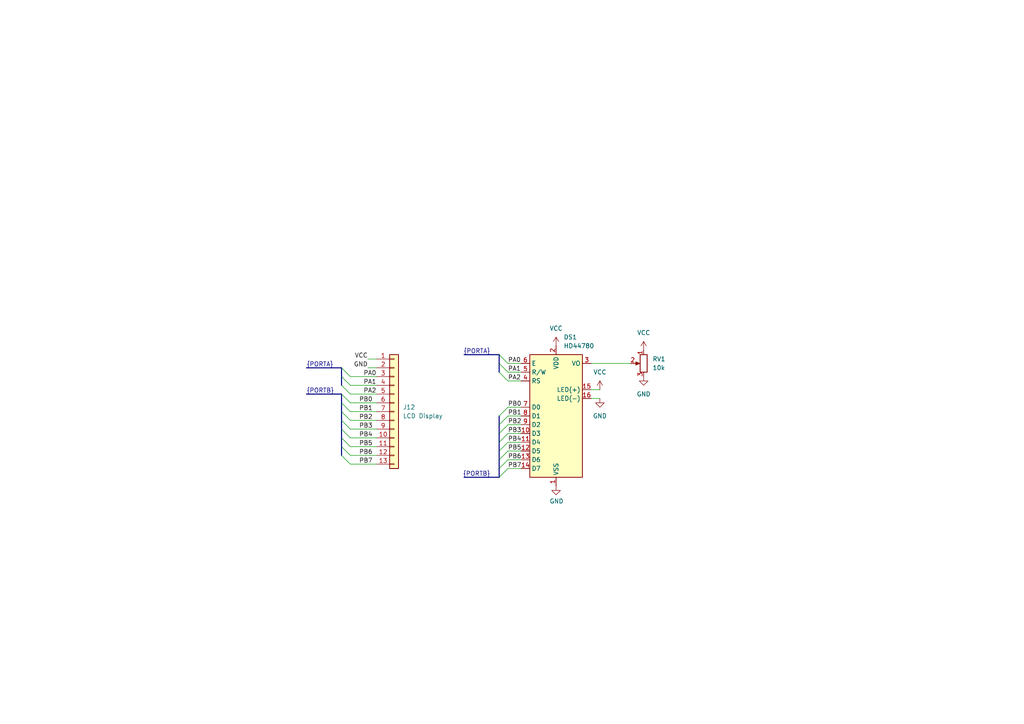
<source format=kicad_sch>
(kicad_sch (version 20231120) (generator "eeschema") (generator_version "8.0")
  (paper "A4")
  (lib_symbols
    (symbol "BB816-MATX-PCIE:HD44780"
      (property "Reference" "DS1" (at 2.1941 22.86 0))
      (property "Value" "HD44780" (at 2.1941 20.32 0))
      (symbol "HD44780_1_1"
        (rectangle (start -7.62 17.78) (end 7.62 -17.78) (stroke (width 0.254)) (fill (type background)))
        (pin power_in line (at 0 -20.32 90) (length 2.54) (name "VSS") (number "1"))
        (pin input line (at -10.16 -5.08 0) (length 2.54) (name "D3") (number "10"))
        (pin input line (at -10.16 -7.62 0) (length 2.54) (name "D4") (number "11"))
        (pin input line (at -10.16 -10.16 0) (length 2.54) (name "D5") (number "12"))
        (pin input line (at -10.16 -12.7 0) (length 2.54) (name "D6") (number "13"))
        (pin input line (at -10.16 -15.24 0) (length 2.54) (name "D7") (number "14"))
        (pin power_in line (at 10.16 7.62 180) (length 2.54) (name "LED(+)") (number "15"))
        (pin power_in line (at 10.16 5.08 180) (length 2.54) (name "LED(-)") (number "16"))
        (pin power_in line (at 0 20.32 270) (length 2.54) (name "VDD") (number "2"))
        (pin input line (at 10.16 15.24 180) (length 2.54) (name "VO") (number "3"))
        (pin input line (at -10.16 10.16 0) (length 2.54) (name "RS") (number "4"))
        (pin input line (at -10.16 12.7 0) (length 2.54) (name "R/W") (number "5"))
        (pin input line (at -10.16 15.24 0) (length 2.54) (name "E") (number "6"))
        (pin input line (at -10.16 2.54 0) (length 2.54) (name "D0") (number "7"))
        (pin input line (at -10.16 0 0) (length 2.54) (name "D1") (number "8"))
        (pin input line (at -10.16 -2.54 0) (length 2.54) (name "D2") (number "9"))
      )
    )
    (symbol "Connector_Generic:Conn_01x13" (pin_names (offset 1.016) hide)
      (property "Reference" "J" (at 0 17.78 0))
      (property "Value" "Conn_01x13" (at 0 -17.78 0))
      (symbol "Conn_01x13_1_1"
        (rectangle (start -1.27 -15.113) (end 0 -15.367) (stroke (width 0.1524)))
        (rectangle (start -1.27 -12.573) (end 0 -12.827) (stroke (width 0.1524)))
        (rectangle (start -1.27 -10.033) (end 0 -10.287) (stroke (width 0.1524)))
        (rectangle (start -1.27 -7.493) (end 0 -7.747) (stroke (width 0.1524)))
        (rectangle (start -1.27 -4.953) (end 0 -5.207) (stroke (width 0.1524)))
        (rectangle (start -1.27 -2.413) (end 0 -2.667) (stroke (width 0.1524)))
        (rectangle (start -1.27 0.127) (end 0 -0.127) (stroke (width 0.1524)))
        (rectangle (start -1.27 2.667) (end 0 2.413) (stroke (width 0.1524)))
        (rectangle (start -1.27 5.207) (end 0 4.953) (stroke (width 0.1524)))
        (rectangle (start -1.27 7.747) (end 0 7.493) (stroke (width 0.1524)))
        (rectangle (start -1.27 10.287) (end 0 10.033) (stroke (width 0.1524)))
        (rectangle (start -1.27 12.827) (end 0 12.573) (stroke (width 0.1524)))
        (rectangle (start -1.27 15.367) (end 0 15.113) (stroke (width 0.1524)))
        (rectangle (start -1.27 16.51) (end 1.27 -16.51) (stroke (width 0.254)) (fill (type background)))
        (pin passive line (at -5.08 15.24 0) (length 3.81) (name "Pin_1") (number "1"))
        (pin passive line (at -5.08 -7.62 0) (length 3.81) (name "Pin_10") (number "10"))
        (pin passive line (at -5.08 -10.16 0) (length 3.81) (name "Pin_11") (number "11"))
        (pin passive line (at -5.08 -12.7 0) (length 3.81) (name "Pin_12") (number "12"))
        (pin passive line (at -5.08 -15.24 0) (length 3.81) (name "Pin_13") (number "13"))
        (pin passive line (at -5.08 12.7 0) (length 3.81) (name "Pin_2") (number "2"))
        (pin passive line (at -5.08 10.16 0) (length 3.81) (name "Pin_3") (number "3"))
        (pin passive line (at -5.08 7.62 0) (length 3.81) (name "Pin_4") (number "4"))
        (pin passive line (at -5.08 5.08 0) (length 3.81) (name "Pin_5") (number "5"))
        (pin passive line (at -5.08 2.54 0) (length 3.81) (name "Pin_6") (number "6"))
        (pin passive line (at -5.08 0 0) (length 3.81) (name "Pin_7") (number "7"))
        (pin passive line (at -5.08 -2.54 0) (length 3.81) (name "Pin_8") (number "8"))
        (pin passive line (at -5.08 -5.08 0) (length 3.81) (name "Pin_9") (number "9"))
      )
    )
    (symbol "Device:R_Potentiometer" (pin_names (offset 1.016) hide)
      (property "Reference" "RV" (at -4.445 0 90))
      (property "Value" "R_Potentiometer" (at -2.54 0 90))
      (symbol "R_Potentiometer_0_1"
        (polyline (pts (xy 2.54 0) (xy 1.524 0)))
        (polyline (pts (xy 1.143 0) (xy 2.286 0.508) (xy 2.286 -0.508) (xy 1.143 0)) (fill (type outline)))
        (rectangle (start 1.016 2.54) (end -1.016 -2.54) (stroke (width 0.254)))
      )
      (symbol "R_Potentiometer_1_1"
        (pin passive line (at 0 3.81 270) (length 1.27) (name "1") (number "1"))
        (pin passive line (at 3.81 0 180) (length 1.27) (name "2") (number "2"))
        (pin passive line (at 0 -3.81 90) (length 1.27) (name "3") (number "3"))
      )
    )
    (symbol "power:GND" (power) (pin_names (offset 0))
      (property "Value" "GND" (at 0 -3.81 0))
      (symbol "GND_0_1"
        (polyline (pts (xy 0 0) (xy 0 -1.27) (xy 1.27 -1.27) (xy 0 -2.54) (xy -1.27 -1.27) (xy 0 -1.27)))
      )
      (symbol "GND_1_1"
        (pin power_in line (at 0 0 270) (length 0) hide (name "GND") (number "1"))
      )
    )
    (symbol "power:VCC" (power) (pin_numbers hide) (pin_names (offset 0) hide)
      (property "Value" "VCC" (at 0 3.556 0))
      (symbol "VCC_0_1"
        (polyline (pts (xy -0.762 1.27) (xy 0 2.54)))
        (polyline (pts (xy 0 0) (xy 0 2.54)))
        (polyline (pts (xy 0 2.54) (xy 0.762 1.27)))
      )
      (symbol "VCC_1_1"
        (pin power_in line (at 0 0 90) (length 0) (name "~") (number "1"))
      )
    )
  )
  (bus_entry (at 99.06 116.84) (size 2.54 2.54))
  (bus_entry (at 99.06 121.92) (size 2.54 2.54))
  (bus_entry (at 144.78 138.43) (size 2.54 -2.54))
  (bus_entry (at 99.06 114.3) (size 2.54 2.54))
  (bus_entry (at 144.78 130.81) (size 2.54 -2.54))
  (bus_entry (at 99.06 119.38) (size 2.54 2.54))
  (bus_entry (at 99.06 124.46) (size 2.54 2.54))
  (bus_entry (at 144.78 133.35) (size 2.54 -2.54))
  (bus_entry (at 144.78 135.89) (size 2.54 -2.54))
  (bus_entry (at 144.78 128.27) (size 2.54 -2.54))
  (bus_entry (at 99.06 106.68) (size 2.54 2.54))
  (bus_entry (at 144.78 125.73) (size 2.54 -2.54))
  (bus_entry (at 144.78 123.19) (size 2.54 -2.54))
  (bus_entry (at 144.78 120.65) (size 2.54 -2.54))
  (bus_entry (at 144.78 107.95) (size 2.54 2.54))
  (bus_entry (at 144.78 105.41) (size 2.54 2.54))
  (bus_entry (at 99.06 111.76) (size 2.54 2.54))
  (bus_entry (at 99.06 129.54) (size 2.54 2.54))
  (bus_entry (at 99.06 109.22) (size 2.54 2.54))
  (bus_entry (at 144.78 102.87) (size 2.54 2.54))
  (bus_entry (at 99.06 132.08) (size 2.54 2.54))
  (bus_entry (at 99.06 127) (size 2.54 2.54))
  (wire (pts (xy 101.6 109.22) (xy 109.22 109.22)))
  (wire (pts (xy 101.6 121.92) (xy 109.22 121.92)))
  (bus (pts (xy 144.78 123.19) (xy 144.78 120.65)))
  (bus (pts (xy 99.06 114.3) (xy 99.06 116.84)))
  (bus (pts (xy 144.78 128.27) (xy 144.78 125.73)))
  (bus (pts (xy 144.78 125.73) (xy 144.78 123.19)))
  (wire (pts (xy 101.6 119.38) (xy 109.22 119.38)))
  (wire (pts (xy 106.68 106.68) (xy 109.22 106.68)))
  (bus (pts (xy 134.62 138.43) (xy 144.78 138.43)))
  (bus (pts (xy 134.62 102.87) (xy 144.78 102.87)))
  (wire (pts (xy 101.6 132.08) (xy 109.22 132.08)))
  (wire (pts (xy 106.68 104.14) (xy 109.22 104.14)))
  (wire (pts (xy 147.32 123.19) (xy 151.13 123.19)))
  (wire (pts (xy 101.6 127) (xy 109.22 127)))
  (wire (pts (xy 147.32 130.81) (xy 151.13 130.81)))
  (wire (pts (xy 147.32 133.35) (xy 151.13 133.35)))
  (bus (pts (xy 144.78 133.35) (xy 144.78 130.81)))
  (bus (pts (xy 88.9 114.3) (xy 99.06 114.3)))
  (wire (pts (xy 147.32 105.41) (xy 151.13 105.41)))
  (bus (pts (xy 144.78 138.43) (xy 144.78 135.89)))
  (wire (pts (xy 171.45 113.03) (xy 173.99 113.03)))
  (bus (pts (xy 88.9 106.68) (xy 99.06 106.68)))
  (wire (pts (xy 101.6 114.3) (xy 109.22 114.3)))
  (wire (pts (xy 101.6 134.62) (xy 109.22 134.62)))
  (wire (pts (xy 101.6 111.76) (xy 109.22 111.76)))
  (wire (pts (xy 147.32 107.95) (xy 151.13 107.95)))
  (wire (pts (xy 171.45 115.57) (xy 173.99 115.57)))
  (wire (pts (xy 182.88 105.41) (xy 171.45 105.41)))
  (wire (pts (xy 147.32 125.73) (xy 151.13 125.73)))
  (bus (pts (xy 99.06 109.22) (xy 99.06 106.68)))
  (bus (pts (xy 144.78 107.95) (xy 144.78 105.41)))
  (bus (pts (xy 99.06 124.46) (xy 99.06 121.92)))
  (wire (pts (xy 101.6 124.46) (xy 109.22 124.46)))
  (bus (pts (xy 99.06 116.84) (xy 99.06 119.38)))
  (bus (pts (xy 144.78 105.41) (xy 144.78 102.87)))
  (bus (pts (xy 144.78 130.81) (xy 144.78 128.27)))
  (bus (pts (xy 99.06 111.76) (xy 99.06 109.22)))
  (wire (pts (xy 147.32 118.11) (xy 151.13 118.11)))
  (bus (pts (xy 99.06 129.54) (xy 99.06 127)))
  (bus (pts (xy 99.06 121.92) (xy 99.06 119.38)))
  (bus (pts (xy 99.06 127) (xy 99.06 124.46)))
  (wire (pts (xy 147.32 120.65) (xy 151.13 120.65)))
  (wire (pts (xy 147.32 110.49) (xy 151.13 110.49)))
  (bus (pts (xy 144.78 135.89) (xy 144.78 133.35)))
  (wire (pts (xy 147.32 128.27) (xy 151.13 128.27)))
  (wire (pts (xy 101.6 116.84) (xy 109.22 116.84)))
  (wire (pts (xy 101.6 129.54) (xy 109.22 129.54)))
  (bus (pts (xy 99.06 132.08) (xy 99.06 129.54)))
  (wire (pts (xy 147.32 135.89) (xy 151.13 135.89)))
  (label "VCC" (at 106.68 104.14 180))
  (label "PB4" (at 104.14 127 0))
  (label "PA1" (at 147.32 107.95 0))
  (label "PA2" (at 147.32 110.49 0))
  (label "PB2" (at 147.32 123.19 0))
  (label "GND" (at 106.68 106.68 180))
  (label "PB0" (at 104.14 116.84 0))
  (label "PB2" (at 104.14 121.92 0))
  (label "PB7" (at 147.32 135.89 0))
  (label "PB0" (at 147.32 118.11 0))
  (label "PB1" (at 104.14 119.38 0))
  (label "PB6" (at 104.14 132.08 0))
  (label "{PORTB}" (at 142.24 138.43 180))
  (label "PB3" (at 147.32 125.73 0))
  (label "PA0" (at 105.41 109.22 0))
  (label "PB7" (at 104.14 134.62 0))
  (label "PA0" (at 147.32 105.41 0))
  (label "PB3" (at 104.14 124.46 0))
  (label "PA1" (at 105.41 111.76 0))
  (label "{PORTB}" (at 88.9 114.3 0))
  (label "PB5" (at 147.32 130.81 0))
  (label "PB4" (at 147.32 128.27 0))
  (label "{PORTA}" (at 142.24 102.87 180))
  (label "PB6" (at 147.32 133.35 0))
  (label "{PORTA}" (at 88.9 106.68 0))
  (label "PA2" (at 105.41 114.3 0))
  (label "PB5" (at 104.14 129.54 0))
  (label "PB1" (at 147.32 120.65 0))
  (symbol (lib_id "Device:R_Potentiometer") (at 186.69 105.41 0) (mirror y) (unit 1)
    (property "Reference" "RV1" (at 189.23 104.1399 0) (effects (justify right)))
    (property "Value" "10k" (at 189.23 106.6799 0) (effects (justify right)))
  )
  (symbol (lib_id "power:GND") (at 173.99 115.57 0) (unit 1)
    (property "Reference" "#PWR019" (effects (hide yes)))
    (property "Value" "GND" (at 173.99 120.65 0))
  )
  (symbol (lib_id "BB816-MATX-PCIE:HD44780") (at 161.29 120.65 0) (unit 1)
    (property "Reference" "DS1" (at 163.4841 97.79 0) (effects (justify left)))
    (property "Value" "HD44780" (at 163.4841 100.33 0) (effects (justify left)))
    (property "Footprint" "Display:WC1602A" (effects (hide yes)))
    (property "Datasheet" "https://eater.net/datasheets/HD44780.pdf" (effects (hide yes)))
    (property "Description" "LCD 16x2 Alphanumeric , 8 bit parallel bus, 5V VDD" (effects (hide yes)))
  )
  (symbol (lib_id "power:VCC") (at 173.99 113.03 0) (unit 1)
    (property "Reference" "#PWR018" (effects (hide yes)))
    (property "Value" "VCC" (at 173.99 107.95 0))
  )
  (symbol (lib_id "Connector_Generic:Conn_01x13") (at 114.3 119.38 0) (unit 1)
    (property "Reference" "J12" (at 116.84 118.1099 0) (effects (justify left)))
    (property "Value" "LCD Display" (at 116.84 120.6499 0) (effects (justify left)))
    (property "Footprint" "Connector_PinHeader_2.54mm:PinHeader_1x13_P2.54mm_Horizontal" (effects (hide yes)))
    (property "Description" "Generic connector, single row, 01x13, script generated (kicad-library-utils/schlib/autogen/connector/)" (effects (hide yes)))
  )
  (symbol (lib_id "power:GND") (at 161.29 140.97 0) (unit 1)
    (property "Reference" "#PWR017" (effects (hide yes)))
    (property "Value" "GND" (at 161.417 145.3642 0))
  )
  (symbol (lib_id "power:VCC") (at 161.29 100.33 0) (unit 1)
    (property "Reference" "#PWR016" (effects (hide yes)))
    (property "Value" "VCC" (at 161.29 95.25 0))
    (property "Description" "Power symbol creates a global label with name \"VCC\"" (effects (hide yes)))
  )
  (symbol (lib_id "power:VCC") (at 186.69 101.6 0) (unit 1)
    (property "Reference" "#PWR020" (effects (hide yes)))
    (property "Value" "VCC" (at 186.69 96.52 0))
  )
  (symbol (lib_id "power:GND") (at 186.69 109.22 0) (unit 1)
    (property "Reference" "#PWR021" (effects (hide yes)))
    (property "Value" "GND" (at 186.69 114.3 0))
  )
)
</source>
